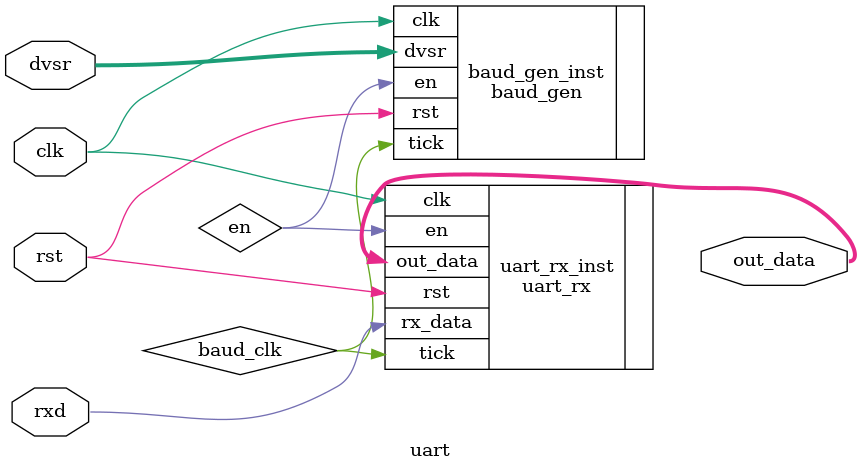
<source format=v>
/*
 * ----------------------------------------------------------------------------
 * "THE BEER-WARE LICENSE" (Revision 42):
 * Refik Yalcin wrote this file. As long as you retain this notice you
 * can do whatever you want with this stuff. If we meet some day, and you think
 * this stuff is worth it, you can buy me a coffe or ginger ale in return.
 * ----------------------------------------------------------------------------
 *
 * File Name: uart.v
 *
 * Project: UART Communication module 
 *
 * Module Name: UART Top module 
 *
 * Description: <Universal asyncronus send/receive communicaiton protocol module implemented using verilog for gate level synthesis 
 *
 * Functional Description:
 * This file contains the top module construction of the all uart protocol modules
 *
 *
 * Revision History:
 * Rev 1.0 - <Date>, <Your Name> - Initial release
 *
 * Additional Notes:
 * - Note 1: Baud controller created
 *
 */

module uart # 
( 
    parameter D_W = 8,
    parameter B_TICK = 16
) 
(
    input wire clk,
    input wire rst,

    // -- Input UART -- //
    input wire rxd,

    // -- input to baud_gen -- //
    input wire [7:0] dvsr,
    

    // -- uart rx -- //
    output wire [7:0] out_data
);

wire baud_clk;
wire en;

// Initialization of the baud rate generator 
baud_gen baud_gen_inst  (.clk(clk), 
                        .rst(rst),
                        .dvsr(dvsr),
                        .tick(baud_clk),
                        .en(en));

// UART RX module
uart_rx # (.D_W(D_W), .B_TICK(B_TICK))
        uart_rx_inst  ( .clk(clk),
                        .rst(rst),
                        .tick(baud_clk),
                        .out_data(out_data),
                        .rx_data(rxd),
                        .en(en) );

endmodule
</source>
